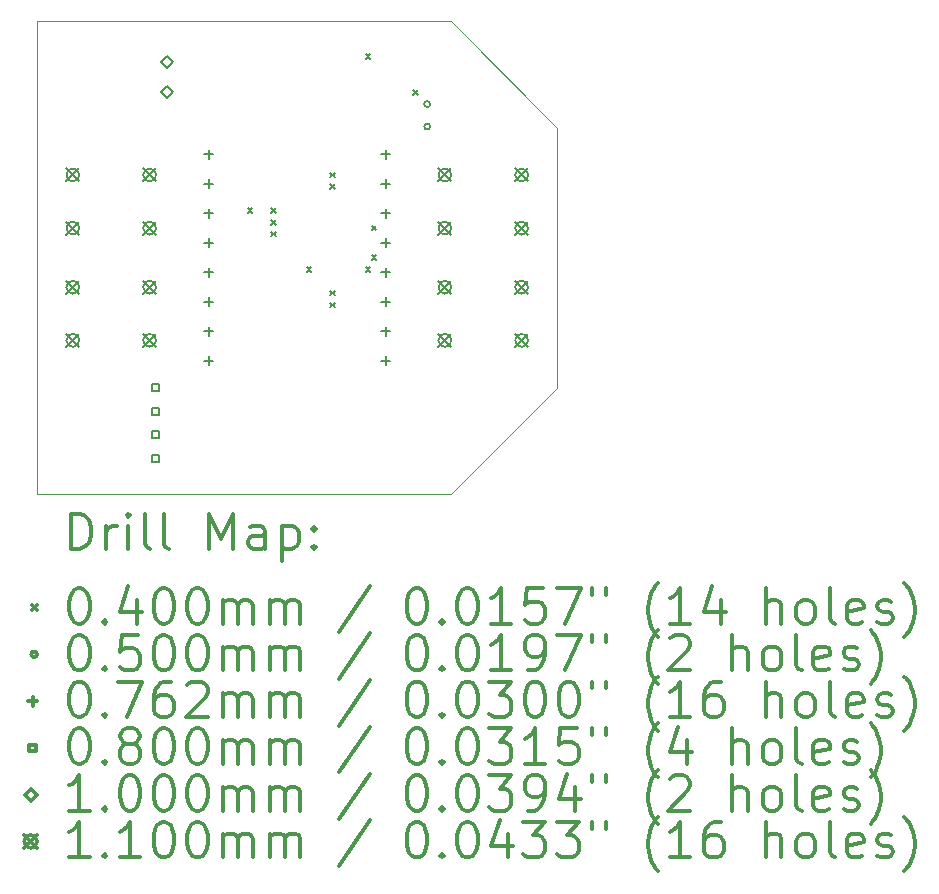
<source format=gbr>
%FSLAX45Y45*%
G04 Gerber Fmt 4.5, Leading zero omitted, Abs format (unit mm)*
G04 Created by KiCad (PCBNEW 5.1.10) date 2021-12-21 05:38:06*
%MOMM*%
%LPD*%
G01*
G04 APERTURE LIST*
%TA.AperFunction,Profile*%
%ADD10C,0.050000*%
%TD*%
%ADD11C,0.200000*%
%ADD12C,0.300000*%
G04 APERTURE END LIST*
D10*
X17400000Y-9200000D02*
X17400000Y-11400000D01*
X16500000Y-8300000D02*
X17400000Y-9200000D01*
X16500000Y-12300000D02*
X17400000Y-11400000D01*
X13000000Y-8300000D02*
X13000000Y-8400000D01*
X16500000Y-8300000D02*
X13000000Y-8300000D01*
X13000000Y-12300000D02*
X16500000Y-12300000D01*
X13000000Y-8400000D02*
X13000000Y-12300000D01*
D11*
X14780000Y-9880000D02*
X14820000Y-9920000D01*
X14820000Y-9880000D02*
X14780000Y-9920000D01*
X14980000Y-9880000D02*
X15020000Y-9920000D01*
X15020000Y-9880000D02*
X14980000Y-9920000D01*
X14980000Y-9980000D02*
X15020000Y-10020000D01*
X15020000Y-9980000D02*
X14980000Y-10020000D01*
X14980000Y-10080000D02*
X15020000Y-10120000D01*
X15020000Y-10080000D02*
X14980000Y-10120000D01*
X15280000Y-10380000D02*
X15320000Y-10420000D01*
X15320000Y-10380000D02*
X15280000Y-10420000D01*
X15480000Y-9580000D02*
X15520000Y-9620000D01*
X15520000Y-9580000D02*
X15480000Y-9620000D01*
X15480000Y-9680000D02*
X15520000Y-9720000D01*
X15520000Y-9680000D02*
X15480000Y-9720000D01*
X15480000Y-10580000D02*
X15520000Y-10620000D01*
X15520000Y-10580000D02*
X15480000Y-10620000D01*
X15480000Y-10680000D02*
X15520000Y-10720000D01*
X15520000Y-10680000D02*
X15480000Y-10720000D01*
X15780000Y-8580000D02*
X15820000Y-8620000D01*
X15820000Y-8580000D02*
X15780000Y-8620000D01*
X15780000Y-10380000D02*
X15820000Y-10420000D01*
X15820000Y-10380000D02*
X15780000Y-10420000D01*
X15830000Y-10030000D02*
X15870000Y-10070000D01*
X15870000Y-10030000D02*
X15830000Y-10070000D01*
X15830000Y-10280000D02*
X15870000Y-10320000D01*
X15870000Y-10280000D02*
X15830000Y-10320000D01*
X16180000Y-8880000D02*
X16220000Y-8920000D01*
X16220000Y-8880000D02*
X16180000Y-8920000D01*
X16325000Y-9000000D02*
G75*
G03*
X16325000Y-9000000I-25000J0D01*
G01*
X16325000Y-9190000D02*
G75*
G03*
X16325000Y-9190000I-25000J0D01*
G01*
X14450000Y-9386900D02*
X14450000Y-9463100D01*
X14411900Y-9425000D02*
X14488100Y-9425000D01*
X14450000Y-9636900D02*
X14450000Y-9713100D01*
X14411900Y-9675000D02*
X14488100Y-9675000D01*
X14450000Y-9886900D02*
X14450000Y-9963100D01*
X14411900Y-9925000D02*
X14488100Y-9925000D01*
X14450000Y-10136900D02*
X14450000Y-10213100D01*
X14411900Y-10175000D02*
X14488100Y-10175000D01*
X14450000Y-10386900D02*
X14450000Y-10463100D01*
X14411900Y-10425000D02*
X14488100Y-10425000D01*
X14450000Y-10636900D02*
X14450000Y-10713100D01*
X14411900Y-10675000D02*
X14488100Y-10675000D01*
X14450000Y-10886900D02*
X14450000Y-10963100D01*
X14411900Y-10925000D02*
X14488100Y-10925000D01*
X14450000Y-11136900D02*
X14450000Y-11213100D01*
X14411900Y-11175000D02*
X14488100Y-11175000D01*
X15950000Y-9386900D02*
X15950000Y-9463100D01*
X15911900Y-9425000D02*
X15988100Y-9425000D01*
X15950000Y-9636900D02*
X15950000Y-9713100D01*
X15911900Y-9675000D02*
X15988100Y-9675000D01*
X15950000Y-9886900D02*
X15950000Y-9963100D01*
X15911900Y-9925000D02*
X15988100Y-9925000D01*
X15950000Y-10136900D02*
X15950000Y-10213100D01*
X15911900Y-10175000D02*
X15988100Y-10175000D01*
X15950000Y-10386900D02*
X15950000Y-10463100D01*
X15911900Y-10425000D02*
X15988100Y-10425000D01*
X15950000Y-10636900D02*
X15950000Y-10713100D01*
X15911900Y-10675000D02*
X15988100Y-10675000D01*
X15950000Y-10886900D02*
X15950000Y-10963100D01*
X15911900Y-10925000D02*
X15988100Y-10925000D01*
X15950000Y-11136900D02*
X15950000Y-11213100D01*
X15911900Y-11175000D02*
X15988100Y-11175000D01*
X14028284Y-11428284D02*
X14028284Y-11371715D01*
X13971715Y-11371715D01*
X13971715Y-11428284D01*
X14028284Y-11428284D01*
X14028284Y-11628284D02*
X14028284Y-11571715D01*
X13971715Y-11571715D01*
X13971715Y-11628284D01*
X14028284Y-11628284D01*
X14028284Y-11828284D02*
X14028284Y-11771715D01*
X13971715Y-11771715D01*
X13971715Y-11828284D01*
X14028284Y-11828284D01*
X14028284Y-12028284D02*
X14028284Y-11971715D01*
X13971715Y-11971715D01*
X13971715Y-12028284D01*
X14028284Y-12028284D01*
X14100000Y-8696000D02*
X14150000Y-8646000D01*
X14100000Y-8596000D01*
X14050000Y-8646000D01*
X14100000Y-8696000D01*
X14100000Y-8950000D02*
X14150000Y-8900000D01*
X14100000Y-8850000D01*
X14050000Y-8900000D01*
X14100000Y-8950000D01*
X13245000Y-9545000D02*
X13355000Y-9655000D01*
X13355000Y-9545000D02*
X13245000Y-9655000D01*
X13355000Y-9600000D02*
G75*
G03*
X13355000Y-9600000I-55000J0D01*
G01*
X13245000Y-9995000D02*
X13355000Y-10105000D01*
X13355000Y-9995000D02*
X13245000Y-10105000D01*
X13355000Y-10050000D02*
G75*
G03*
X13355000Y-10050000I-55000J0D01*
G01*
X13245000Y-10495000D02*
X13355000Y-10605000D01*
X13355000Y-10495000D02*
X13245000Y-10605000D01*
X13355000Y-10550000D02*
G75*
G03*
X13355000Y-10550000I-55000J0D01*
G01*
X13245000Y-10945000D02*
X13355000Y-11055000D01*
X13355000Y-10945000D02*
X13245000Y-11055000D01*
X13355000Y-11000000D02*
G75*
G03*
X13355000Y-11000000I-55000J0D01*
G01*
X13895000Y-9545000D02*
X14005000Y-9655000D01*
X14005000Y-9545000D02*
X13895000Y-9655000D01*
X14005000Y-9600000D02*
G75*
G03*
X14005000Y-9600000I-55000J0D01*
G01*
X13895000Y-9995000D02*
X14005000Y-10105000D01*
X14005000Y-9995000D02*
X13895000Y-10105000D01*
X14005000Y-10050000D02*
G75*
G03*
X14005000Y-10050000I-55000J0D01*
G01*
X13895000Y-10495000D02*
X14005000Y-10605000D01*
X14005000Y-10495000D02*
X13895000Y-10605000D01*
X14005000Y-10550000D02*
G75*
G03*
X14005000Y-10550000I-55000J0D01*
G01*
X13895000Y-10945000D02*
X14005000Y-11055000D01*
X14005000Y-10945000D02*
X13895000Y-11055000D01*
X14005000Y-11000000D02*
G75*
G03*
X14005000Y-11000000I-55000J0D01*
G01*
X16395000Y-9545000D02*
X16505000Y-9655000D01*
X16505000Y-9545000D02*
X16395000Y-9655000D01*
X16505000Y-9600000D02*
G75*
G03*
X16505000Y-9600000I-55000J0D01*
G01*
X16395000Y-9995000D02*
X16505000Y-10105000D01*
X16505000Y-9995000D02*
X16395000Y-10105000D01*
X16505000Y-10050000D02*
G75*
G03*
X16505000Y-10050000I-55000J0D01*
G01*
X16395000Y-10495000D02*
X16505000Y-10605000D01*
X16505000Y-10495000D02*
X16395000Y-10605000D01*
X16505000Y-10550000D02*
G75*
G03*
X16505000Y-10550000I-55000J0D01*
G01*
X16395000Y-10945000D02*
X16505000Y-11055000D01*
X16505000Y-10945000D02*
X16395000Y-11055000D01*
X16505000Y-11000000D02*
G75*
G03*
X16505000Y-11000000I-55000J0D01*
G01*
X17045000Y-9545000D02*
X17155000Y-9655000D01*
X17155000Y-9545000D02*
X17045000Y-9655000D01*
X17155000Y-9600000D02*
G75*
G03*
X17155000Y-9600000I-55000J0D01*
G01*
X17045000Y-9995000D02*
X17155000Y-10105000D01*
X17155000Y-9995000D02*
X17045000Y-10105000D01*
X17155000Y-10050000D02*
G75*
G03*
X17155000Y-10050000I-55000J0D01*
G01*
X17045000Y-10495000D02*
X17155000Y-10605000D01*
X17155000Y-10495000D02*
X17045000Y-10605000D01*
X17155000Y-10550000D02*
G75*
G03*
X17155000Y-10550000I-55000J0D01*
G01*
X17045000Y-10945000D02*
X17155000Y-11055000D01*
X17155000Y-10945000D02*
X17045000Y-11055000D01*
X17155000Y-11000000D02*
G75*
G03*
X17155000Y-11000000I-55000J0D01*
G01*
D12*
X13283928Y-12768214D02*
X13283928Y-12468214D01*
X13355357Y-12468214D01*
X13398214Y-12482500D01*
X13426786Y-12511071D01*
X13441071Y-12539643D01*
X13455357Y-12596786D01*
X13455357Y-12639643D01*
X13441071Y-12696786D01*
X13426786Y-12725357D01*
X13398214Y-12753929D01*
X13355357Y-12768214D01*
X13283928Y-12768214D01*
X13583928Y-12768214D02*
X13583928Y-12568214D01*
X13583928Y-12625357D02*
X13598214Y-12596786D01*
X13612500Y-12582500D01*
X13641071Y-12568214D01*
X13669643Y-12568214D01*
X13769643Y-12768214D02*
X13769643Y-12568214D01*
X13769643Y-12468214D02*
X13755357Y-12482500D01*
X13769643Y-12496786D01*
X13783928Y-12482500D01*
X13769643Y-12468214D01*
X13769643Y-12496786D01*
X13955357Y-12768214D02*
X13926786Y-12753929D01*
X13912500Y-12725357D01*
X13912500Y-12468214D01*
X14112500Y-12768214D02*
X14083928Y-12753929D01*
X14069643Y-12725357D01*
X14069643Y-12468214D01*
X14455357Y-12768214D02*
X14455357Y-12468214D01*
X14555357Y-12682500D01*
X14655357Y-12468214D01*
X14655357Y-12768214D01*
X14926786Y-12768214D02*
X14926786Y-12611071D01*
X14912500Y-12582500D01*
X14883928Y-12568214D01*
X14826786Y-12568214D01*
X14798214Y-12582500D01*
X14926786Y-12753929D02*
X14898214Y-12768214D01*
X14826786Y-12768214D01*
X14798214Y-12753929D01*
X14783928Y-12725357D01*
X14783928Y-12696786D01*
X14798214Y-12668214D01*
X14826786Y-12653929D01*
X14898214Y-12653929D01*
X14926786Y-12639643D01*
X15069643Y-12568214D02*
X15069643Y-12868214D01*
X15069643Y-12582500D02*
X15098214Y-12568214D01*
X15155357Y-12568214D01*
X15183928Y-12582500D01*
X15198214Y-12596786D01*
X15212500Y-12625357D01*
X15212500Y-12711071D01*
X15198214Y-12739643D01*
X15183928Y-12753929D01*
X15155357Y-12768214D01*
X15098214Y-12768214D01*
X15069643Y-12753929D01*
X15341071Y-12739643D02*
X15355357Y-12753929D01*
X15341071Y-12768214D01*
X15326786Y-12753929D01*
X15341071Y-12739643D01*
X15341071Y-12768214D01*
X15341071Y-12582500D02*
X15355357Y-12596786D01*
X15341071Y-12611071D01*
X15326786Y-12596786D01*
X15341071Y-12582500D01*
X15341071Y-12611071D01*
X12957500Y-13242500D02*
X12997500Y-13282500D01*
X12997500Y-13242500D02*
X12957500Y-13282500D01*
X13341071Y-13098214D02*
X13369643Y-13098214D01*
X13398214Y-13112500D01*
X13412500Y-13126786D01*
X13426786Y-13155357D01*
X13441071Y-13212500D01*
X13441071Y-13283929D01*
X13426786Y-13341071D01*
X13412500Y-13369643D01*
X13398214Y-13383929D01*
X13369643Y-13398214D01*
X13341071Y-13398214D01*
X13312500Y-13383929D01*
X13298214Y-13369643D01*
X13283928Y-13341071D01*
X13269643Y-13283929D01*
X13269643Y-13212500D01*
X13283928Y-13155357D01*
X13298214Y-13126786D01*
X13312500Y-13112500D01*
X13341071Y-13098214D01*
X13569643Y-13369643D02*
X13583928Y-13383929D01*
X13569643Y-13398214D01*
X13555357Y-13383929D01*
X13569643Y-13369643D01*
X13569643Y-13398214D01*
X13841071Y-13198214D02*
X13841071Y-13398214D01*
X13769643Y-13083929D02*
X13698214Y-13298214D01*
X13883928Y-13298214D01*
X14055357Y-13098214D02*
X14083928Y-13098214D01*
X14112500Y-13112500D01*
X14126786Y-13126786D01*
X14141071Y-13155357D01*
X14155357Y-13212500D01*
X14155357Y-13283929D01*
X14141071Y-13341071D01*
X14126786Y-13369643D01*
X14112500Y-13383929D01*
X14083928Y-13398214D01*
X14055357Y-13398214D01*
X14026786Y-13383929D01*
X14012500Y-13369643D01*
X13998214Y-13341071D01*
X13983928Y-13283929D01*
X13983928Y-13212500D01*
X13998214Y-13155357D01*
X14012500Y-13126786D01*
X14026786Y-13112500D01*
X14055357Y-13098214D01*
X14341071Y-13098214D02*
X14369643Y-13098214D01*
X14398214Y-13112500D01*
X14412500Y-13126786D01*
X14426786Y-13155357D01*
X14441071Y-13212500D01*
X14441071Y-13283929D01*
X14426786Y-13341071D01*
X14412500Y-13369643D01*
X14398214Y-13383929D01*
X14369643Y-13398214D01*
X14341071Y-13398214D01*
X14312500Y-13383929D01*
X14298214Y-13369643D01*
X14283928Y-13341071D01*
X14269643Y-13283929D01*
X14269643Y-13212500D01*
X14283928Y-13155357D01*
X14298214Y-13126786D01*
X14312500Y-13112500D01*
X14341071Y-13098214D01*
X14569643Y-13398214D02*
X14569643Y-13198214D01*
X14569643Y-13226786D02*
X14583928Y-13212500D01*
X14612500Y-13198214D01*
X14655357Y-13198214D01*
X14683928Y-13212500D01*
X14698214Y-13241071D01*
X14698214Y-13398214D01*
X14698214Y-13241071D02*
X14712500Y-13212500D01*
X14741071Y-13198214D01*
X14783928Y-13198214D01*
X14812500Y-13212500D01*
X14826786Y-13241071D01*
X14826786Y-13398214D01*
X14969643Y-13398214D02*
X14969643Y-13198214D01*
X14969643Y-13226786D02*
X14983928Y-13212500D01*
X15012500Y-13198214D01*
X15055357Y-13198214D01*
X15083928Y-13212500D01*
X15098214Y-13241071D01*
X15098214Y-13398214D01*
X15098214Y-13241071D02*
X15112500Y-13212500D01*
X15141071Y-13198214D01*
X15183928Y-13198214D01*
X15212500Y-13212500D01*
X15226786Y-13241071D01*
X15226786Y-13398214D01*
X15812500Y-13083929D02*
X15555357Y-13469643D01*
X16198214Y-13098214D02*
X16226786Y-13098214D01*
X16255357Y-13112500D01*
X16269643Y-13126786D01*
X16283928Y-13155357D01*
X16298214Y-13212500D01*
X16298214Y-13283929D01*
X16283928Y-13341071D01*
X16269643Y-13369643D01*
X16255357Y-13383929D01*
X16226786Y-13398214D01*
X16198214Y-13398214D01*
X16169643Y-13383929D01*
X16155357Y-13369643D01*
X16141071Y-13341071D01*
X16126786Y-13283929D01*
X16126786Y-13212500D01*
X16141071Y-13155357D01*
X16155357Y-13126786D01*
X16169643Y-13112500D01*
X16198214Y-13098214D01*
X16426786Y-13369643D02*
X16441071Y-13383929D01*
X16426786Y-13398214D01*
X16412500Y-13383929D01*
X16426786Y-13369643D01*
X16426786Y-13398214D01*
X16626786Y-13098214D02*
X16655357Y-13098214D01*
X16683928Y-13112500D01*
X16698214Y-13126786D01*
X16712500Y-13155357D01*
X16726786Y-13212500D01*
X16726786Y-13283929D01*
X16712500Y-13341071D01*
X16698214Y-13369643D01*
X16683928Y-13383929D01*
X16655357Y-13398214D01*
X16626786Y-13398214D01*
X16598214Y-13383929D01*
X16583928Y-13369643D01*
X16569643Y-13341071D01*
X16555357Y-13283929D01*
X16555357Y-13212500D01*
X16569643Y-13155357D01*
X16583928Y-13126786D01*
X16598214Y-13112500D01*
X16626786Y-13098214D01*
X17012500Y-13398214D02*
X16841071Y-13398214D01*
X16926786Y-13398214D02*
X16926786Y-13098214D01*
X16898214Y-13141071D01*
X16869643Y-13169643D01*
X16841071Y-13183929D01*
X17283928Y-13098214D02*
X17141071Y-13098214D01*
X17126786Y-13241071D01*
X17141071Y-13226786D01*
X17169643Y-13212500D01*
X17241071Y-13212500D01*
X17269643Y-13226786D01*
X17283928Y-13241071D01*
X17298214Y-13269643D01*
X17298214Y-13341071D01*
X17283928Y-13369643D01*
X17269643Y-13383929D01*
X17241071Y-13398214D01*
X17169643Y-13398214D01*
X17141071Y-13383929D01*
X17126786Y-13369643D01*
X17398214Y-13098214D02*
X17598214Y-13098214D01*
X17469643Y-13398214D01*
X17698214Y-13098214D02*
X17698214Y-13155357D01*
X17812500Y-13098214D02*
X17812500Y-13155357D01*
X18255357Y-13512500D02*
X18241071Y-13498214D01*
X18212500Y-13455357D01*
X18198214Y-13426786D01*
X18183928Y-13383929D01*
X18169643Y-13312500D01*
X18169643Y-13255357D01*
X18183928Y-13183929D01*
X18198214Y-13141071D01*
X18212500Y-13112500D01*
X18241071Y-13069643D01*
X18255357Y-13055357D01*
X18526786Y-13398214D02*
X18355357Y-13398214D01*
X18441071Y-13398214D02*
X18441071Y-13098214D01*
X18412500Y-13141071D01*
X18383928Y-13169643D01*
X18355357Y-13183929D01*
X18783928Y-13198214D02*
X18783928Y-13398214D01*
X18712500Y-13083929D02*
X18641071Y-13298214D01*
X18826786Y-13298214D01*
X19169643Y-13398214D02*
X19169643Y-13098214D01*
X19298214Y-13398214D02*
X19298214Y-13241071D01*
X19283928Y-13212500D01*
X19255357Y-13198214D01*
X19212500Y-13198214D01*
X19183928Y-13212500D01*
X19169643Y-13226786D01*
X19483928Y-13398214D02*
X19455357Y-13383929D01*
X19441071Y-13369643D01*
X19426786Y-13341071D01*
X19426786Y-13255357D01*
X19441071Y-13226786D01*
X19455357Y-13212500D01*
X19483928Y-13198214D01*
X19526786Y-13198214D01*
X19555357Y-13212500D01*
X19569643Y-13226786D01*
X19583928Y-13255357D01*
X19583928Y-13341071D01*
X19569643Y-13369643D01*
X19555357Y-13383929D01*
X19526786Y-13398214D01*
X19483928Y-13398214D01*
X19755357Y-13398214D02*
X19726786Y-13383929D01*
X19712500Y-13355357D01*
X19712500Y-13098214D01*
X19983928Y-13383929D02*
X19955357Y-13398214D01*
X19898214Y-13398214D01*
X19869643Y-13383929D01*
X19855357Y-13355357D01*
X19855357Y-13241071D01*
X19869643Y-13212500D01*
X19898214Y-13198214D01*
X19955357Y-13198214D01*
X19983928Y-13212500D01*
X19998214Y-13241071D01*
X19998214Y-13269643D01*
X19855357Y-13298214D01*
X20112500Y-13383929D02*
X20141071Y-13398214D01*
X20198214Y-13398214D01*
X20226786Y-13383929D01*
X20241071Y-13355357D01*
X20241071Y-13341071D01*
X20226786Y-13312500D01*
X20198214Y-13298214D01*
X20155357Y-13298214D01*
X20126786Y-13283929D01*
X20112500Y-13255357D01*
X20112500Y-13241071D01*
X20126786Y-13212500D01*
X20155357Y-13198214D01*
X20198214Y-13198214D01*
X20226786Y-13212500D01*
X20341071Y-13512500D02*
X20355357Y-13498214D01*
X20383928Y-13455357D01*
X20398214Y-13426786D01*
X20412500Y-13383929D01*
X20426786Y-13312500D01*
X20426786Y-13255357D01*
X20412500Y-13183929D01*
X20398214Y-13141071D01*
X20383928Y-13112500D01*
X20355357Y-13069643D01*
X20341071Y-13055357D01*
X12997500Y-13658500D02*
G75*
G03*
X12997500Y-13658500I-25000J0D01*
G01*
X13341071Y-13494214D02*
X13369643Y-13494214D01*
X13398214Y-13508500D01*
X13412500Y-13522786D01*
X13426786Y-13551357D01*
X13441071Y-13608500D01*
X13441071Y-13679929D01*
X13426786Y-13737071D01*
X13412500Y-13765643D01*
X13398214Y-13779929D01*
X13369643Y-13794214D01*
X13341071Y-13794214D01*
X13312500Y-13779929D01*
X13298214Y-13765643D01*
X13283928Y-13737071D01*
X13269643Y-13679929D01*
X13269643Y-13608500D01*
X13283928Y-13551357D01*
X13298214Y-13522786D01*
X13312500Y-13508500D01*
X13341071Y-13494214D01*
X13569643Y-13765643D02*
X13583928Y-13779929D01*
X13569643Y-13794214D01*
X13555357Y-13779929D01*
X13569643Y-13765643D01*
X13569643Y-13794214D01*
X13855357Y-13494214D02*
X13712500Y-13494214D01*
X13698214Y-13637071D01*
X13712500Y-13622786D01*
X13741071Y-13608500D01*
X13812500Y-13608500D01*
X13841071Y-13622786D01*
X13855357Y-13637071D01*
X13869643Y-13665643D01*
X13869643Y-13737071D01*
X13855357Y-13765643D01*
X13841071Y-13779929D01*
X13812500Y-13794214D01*
X13741071Y-13794214D01*
X13712500Y-13779929D01*
X13698214Y-13765643D01*
X14055357Y-13494214D02*
X14083928Y-13494214D01*
X14112500Y-13508500D01*
X14126786Y-13522786D01*
X14141071Y-13551357D01*
X14155357Y-13608500D01*
X14155357Y-13679929D01*
X14141071Y-13737071D01*
X14126786Y-13765643D01*
X14112500Y-13779929D01*
X14083928Y-13794214D01*
X14055357Y-13794214D01*
X14026786Y-13779929D01*
X14012500Y-13765643D01*
X13998214Y-13737071D01*
X13983928Y-13679929D01*
X13983928Y-13608500D01*
X13998214Y-13551357D01*
X14012500Y-13522786D01*
X14026786Y-13508500D01*
X14055357Y-13494214D01*
X14341071Y-13494214D02*
X14369643Y-13494214D01*
X14398214Y-13508500D01*
X14412500Y-13522786D01*
X14426786Y-13551357D01*
X14441071Y-13608500D01*
X14441071Y-13679929D01*
X14426786Y-13737071D01*
X14412500Y-13765643D01*
X14398214Y-13779929D01*
X14369643Y-13794214D01*
X14341071Y-13794214D01*
X14312500Y-13779929D01*
X14298214Y-13765643D01*
X14283928Y-13737071D01*
X14269643Y-13679929D01*
X14269643Y-13608500D01*
X14283928Y-13551357D01*
X14298214Y-13522786D01*
X14312500Y-13508500D01*
X14341071Y-13494214D01*
X14569643Y-13794214D02*
X14569643Y-13594214D01*
X14569643Y-13622786D02*
X14583928Y-13608500D01*
X14612500Y-13594214D01*
X14655357Y-13594214D01*
X14683928Y-13608500D01*
X14698214Y-13637071D01*
X14698214Y-13794214D01*
X14698214Y-13637071D02*
X14712500Y-13608500D01*
X14741071Y-13594214D01*
X14783928Y-13594214D01*
X14812500Y-13608500D01*
X14826786Y-13637071D01*
X14826786Y-13794214D01*
X14969643Y-13794214D02*
X14969643Y-13594214D01*
X14969643Y-13622786D02*
X14983928Y-13608500D01*
X15012500Y-13594214D01*
X15055357Y-13594214D01*
X15083928Y-13608500D01*
X15098214Y-13637071D01*
X15098214Y-13794214D01*
X15098214Y-13637071D02*
X15112500Y-13608500D01*
X15141071Y-13594214D01*
X15183928Y-13594214D01*
X15212500Y-13608500D01*
X15226786Y-13637071D01*
X15226786Y-13794214D01*
X15812500Y-13479929D02*
X15555357Y-13865643D01*
X16198214Y-13494214D02*
X16226786Y-13494214D01*
X16255357Y-13508500D01*
X16269643Y-13522786D01*
X16283928Y-13551357D01*
X16298214Y-13608500D01*
X16298214Y-13679929D01*
X16283928Y-13737071D01*
X16269643Y-13765643D01*
X16255357Y-13779929D01*
X16226786Y-13794214D01*
X16198214Y-13794214D01*
X16169643Y-13779929D01*
X16155357Y-13765643D01*
X16141071Y-13737071D01*
X16126786Y-13679929D01*
X16126786Y-13608500D01*
X16141071Y-13551357D01*
X16155357Y-13522786D01*
X16169643Y-13508500D01*
X16198214Y-13494214D01*
X16426786Y-13765643D02*
X16441071Y-13779929D01*
X16426786Y-13794214D01*
X16412500Y-13779929D01*
X16426786Y-13765643D01*
X16426786Y-13794214D01*
X16626786Y-13494214D02*
X16655357Y-13494214D01*
X16683928Y-13508500D01*
X16698214Y-13522786D01*
X16712500Y-13551357D01*
X16726786Y-13608500D01*
X16726786Y-13679929D01*
X16712500Y-13737071D01*
X16698214Y-13765643D01*
X16683928Y-13779929D01*
X16655357Y-13794214D01*
X16626786Y-13794214D01*
X16598214Y-13779929D01*
X16583928Y-13765643D01*
X16569643Y-13737071D01*
X16555357Y-13679929D01*
X16555357Y-13608500D01*
X16569643Y-13551357D01*
X16583928Y-13522786D01*
X16598214Y-13508500D01*
X16626786Y-13494214D01*
X17012500Y-13794214D02*
X16841071Y-13794214D01*
X16926786Y-13794214D02*
X16926786Y-13494214D01*
X16898214Y-13537071D01*
X16869643Y-13565643D01*
X16841071Y-13579929D01*
X17155357Y-13794214D02*
X17212500Y-13794214D01*
X17241071Y-13779929D01*
X17255357Y-13765643D01*
X17283928Y-13722786D01*
X17298214Y-13665643D01*
X17298214Y-13551357D01*
X17283928Y-13522786D01*
X17269643Y-13508500D01*
X17241071Y-13494214D01*
X17183928Y-13494214D01*
X17155357Y-13508500D01*
X17141071Y-13522786D01*
X17126786Y-13551357D01*
X17126786Y-13622786D01*
X17141071Y-13651357D01*
X17155357Y-13665643D01*
X17183928Y-13679929D01*
X17241071Y-13679929D01*
X17269643Y-13665643D01*
X17283928Y-13651357D01*
X17298214Y-13622786D01*
X17398214Y-13494214D02*
X17598214Y-13494214D01*
X17469643Y-13794214D01*
X17698214Y-13494214D02*
X17698214Y-13551357D01*
X17812500Y-13494214D02*
X17812500Y-13551357D01*
X18255357Y-13908500D02*
X18241071Y-13894214D01*
X18212500Y-13851357D01*
X18198214Y-13822786D01*
X18183928Y-13779929D01*
X18169643Y-13708500D01*
X18169643Y-13651357D01*
X18183928Y-13579929D01*
X18198214Y-13537071D01*
X18212500Y-13508500D01*
X18241071Y-13465643D01*
X18255357Y-13451357D01*
X18355357Y-13522786D02*
X18369643Y-13508500D01*
X18398214Y-13494214D01*
X18469643Y-13494214D01*
X18498214Y-13508500D01*
X18512500Y-13522786D01*
X18526786Y-13551357D01*
X18526786Y-13579929D01*
X18512500Y-13622786D01*
X18341071Y-13794214D01*
X18526786Y-13794214D01*
X18883928Y-13794214D02*
X18883928Y-13494214D01*
X19012500Y-13794214D02*
X19012500Y-13637071D01*
X18998214Y-13608500D01*
X18969643Y-13594214D01*
X18926786Y-13594214D01*
X18898214Y-13608500D01*
X18883928Y-13622786D01*
X19198214Y-13794214D02*
X19169643Y-13779929D01*
X19155357Y-13765643D01*
X19141071Y-13737071D01*
X19141071Y-13651357D01*
X19155357Y-13622786D01*
X19169643Y-13608500D01*
X19198214Y-13594214D01*
X19241071Y-13594214D01*
X19269643Y-13608500D01*
X19283928Y-13622786D01*
X19298214Y-13651357D01*
X19298214Y-13737071D01*
X19283928Y-13765643D01*
X19269643Y-13779929D01*
X19241071Y-13794214D01*
X19198214Y-13794214D01*
X19469643Y-13794214D02*
X19441071Y-13779929D01*
X19426786Y-13751357D01*
X19426786Y-13494214D01*
X19698214Y-13779929D02*
X19669643Y-13794214D01*
X19612500Y-13794214D01*
X19583928Y-13779929D01*
X19569643Y-13751357D01*
X19569643Y-13637071D01*
X19583928Y-13608500D01*
X19612500Y-13594214D01*
X19669643Y-13594214D01*
X19698214Y-13608500D01*
X19712500Y-13637071D01*
X19712500Y-13665643D01*
X19569643Y-13694214D01*
X19826786Y-13779929D02*
X19855357Y-13794214D01*
X19912500Y-13794214D01*
X19941071Y-13779929D01*
X19955357Y-13751357D01*
X19955357Y-13737071D01*
X19941071Y-13708500D01*
X19912500Y-13694214D01*
X19869643Y-13694214D01*
X19841071Y-13679929D01*
X19826786Y-13651357D01*
X19826786Y-13637071D01*
X19841071Y-13608500D01*
X19869643Y-13594214D01*
X19912500Y-13594214D01*
X19941071Y-13608500D01*
X20055357Y-13908500D02*
X20069643Y-13894214D01*
X20098214Y-13851357D01*
X20112500Y-13822786D01*
X20126786Y-13779929D01*
X20141071Y-13708500D01*
X20141071Y-13651357D01*
X20126786Y-13579929D01*
X20112500Y-13537071D01*
X20098214Y-13508500D01*
X20069643Y-13465643D01*
X20055357Y-13451357D01*
X12959400Y-14016400D02*
X12959400Y-14092600D01*
X12921300Y-14054500D02*
X12997500Y-14054500D01*
X13341071Y-13890214D02*
X13369643Y-13890214D01*
X13398214Y-13904500D01*
X13412500Y-13918786D01*
X13426786Y-13947357D01*
X13441071Y-14004500D01*
X13441071Y-14075929D01*
X13426786Y-14133071D01*
X13412500Y-14161643D01*
X13398214Y-14175929D01*
X13369643Y-14190214D01*
X13341071Y-14190214D01*
X13312500Y-14175929D01*
X13298214Y-14161643D01*
X13283928Y-14133071D01*
X13269643Y-14075929D01*
X13269643Y-14004500D01*
X13283928Y-13947357D01*
X13298214Y-13918786D01*
X13312500Y-13904500D01*
X13341071Y-13890214D01*
X13569643Y-14161643D02*
X13583928Y-14175929D01*
X13569643Y-14190214D01*
X13555357Y-14175929D01*
X13569643Y-14161643D01*
X13569643Y-14190214D01*
X13683928Y-13890214D02*
X13883928Y-13890214D01*
X13755357Y-14190214D01*
X14126786Y-13890214D02*
X14069643Y-13890214D01*
X14041071Y-13904500D01*
X14026786Y-13918786D01*
X13998214Y-13961643D01*
X13983928Y-14018786D01*
X13983928Y-14133071D01*
X13998214Y-14161643D01*
X14012500Y-14175929D01*
X14041071Y-14190214D01*
X14098214Y-14190214D01*
X14126786Y-14175929D01*
X14141071Y-14161643D01*
X14155357Y-14133071D01*
X14155357Y-14061643D01*
X14141071Y-14033071D01*
X14126786Y-14018786D01*
X14098214Y-14004500D01*
X14041071Y-14004500D01*
X14012500Y-14018786D01*
X13998214Y-14033071D01*
X13983928Y-14061643D01*
X14269643Y-13918786D02*
X14283928Y-13904500D01*
X14312500Y-13890214D01*
X14383928Y-13890214D01*
X14412500Y-13904500D01*
X14426786Y-13918786D01*
X14441071Y-13947357D01*
X14441071Y-13975929D01*
X14426786Y-14018786D01*
X14255357Y-14190214D01*
X14441071Y-14190214D01*
X14569643Y-14190214D02*
X14569643Y-13990214D01*
X14569643Y-14018786D02*
X14583928Y-14004500D01*
X14612500Y-13990214D01*
X14655357Y-13990214D01*
X14683928Y-14004500D01*
X14698214Y-14033071D01*
X14698214Y-14190214D01*
X14698214Y-14033071D02*
X14712500Y-14004500D01*
X14741071Y-13990214D01*
X14783928Y-13990214D01*
X14812500Y-14004500D01*
X14826786Y-14033071D01*
X14826786Y-14190214D01*
X14969643Y-14190214D02*
X14969643Y-13990214D01*
X14969643Y-14018786D02*
X14983928Y-14004500D01*
X15012500Y-13990214D01*
X15055357Y-13990214D01*
X15083928Y-14004500D01*
X15098214Y-14033071D01*
X15098214Y-14190214D01*
X15098214Y-14033071D02*
X15112500Y-14004500D01*
X15141071Y-13990214D01*
X15183928Y-13990214D01*
X15212500Y-14004500D01*
X15226786Y-14033071D01*
X15226786Y-14190214D01*
X15812500Y-13875929D02*
X15555357Y-14261643D01*
X16198214Y-13890214D02*
X16226786Y-13890214D01*
X16255357Y-13904500D01*
X16269643Y-13918786D01*
X16283928Y-13947357D01*
X16298214Y-14004500D01*
X16298214Y-14075929D01*
X16283928Y-14133071D01*
X16269643Y-14161643D01*
X16255357Y-14175929D01*
X16226786Y-14190214D01*
X16198214Y-14190214D01*
X16169643Y-14175929D01*
X16155357Y-14161643D01*
X16141071Y-14133071D01*
X16126786Y-14075929D01*
X16126786Y-14004500D01*
X16141071Y-13947357D01*
X16155357Y-13918786D01*
X16169643Y-13904500D01*
X16198214Y-13890214D01*
X16426786Y-14161643D02*
X16441071Y-14175929D01*
X16426786Y-14190214D01*
X16412500Y-14175929D01*
X16426786Y-14161643D01*
X16426786Y-14190214D01*
X16626786Y-13890214D02*
X16655357Y-13890214D01*
X16683928Y-13904500D01*
X16698214Y-13918786D01*
X16712500Y-13947357D01*
X16726786Y-14004500D01*
X16726786Y-14075929D01*
X16712500Y-14133071D01*
X16698214Y-14161643D01*
X16683928Y-14175929D01*
X16655357Y-14190214D01*
X16626786Y-14190214D01*
X16598214Y-14175929D01*
X16583928Y-14161643D01*
X16569643Y-14133071D01*
X16555357Y-14075929D01*
X16555357Y-14004500D01*
X16569643Y-13947357D01*
X16583928Y-13918786D01*
X16598214Y-13904500D01*
X16626786Y-13890214D01*
X16826786Y-13890214D02*
X17012500Y-13890214D01*
X16912500Y-14004500D01*
X16955357Y-14004500D01*
X16983928Y-14018786D01*
X16998214Y-14033071D01*
X17012500Y-14061643D01*
X17012500Y-14133071D01*
X16998214Y-14161643D01*
X16983928Y-14175929D01*
X16955357Y-14190214D01*
X16869643Y-14190214D01*
X16841071Y-14175929D01*
X16826786Y-14161643D01*
X17198214Y-13890214D02*
X17226786Y-13890214D01*
X17255357Y-13904500D01*
X17269643Y-13918786D01*
X17283928Y-13947357D01*
X17298214Y-14004500D01*
X17298214Y-14075929D01*
X17283928Y-14133071D01*
X17269643Y-14161643D01*
X17255357Y-14175929D01*
X17226786Y-14190214D01*
X17198214Y-14190214D01*
X17169643Y-14175929D01*
X17155357Y-14161643D01*
X17141071Y-14133071D01*
X17126786Y-14075929D01*
X17126786Y-14004500D01*
X17141071Y-13947357D01*
X17155357Y-13918786D01*
X17169643Y-13904500D01*
X17198214Y-13890214D01*
X17483928Y-13890214D02*
X17512500Y-13890214D01*
X17541071Y-13904500D01*
X17555357Y-13918786D01*
X17569643Y-13947357D01*
X17583928Y-14004500D01*
X17583928Y-14075929D01*
X17569643Y-14133071D01*
X17555357Y-14161643D01*
X17541071Y-14175929D01*
X17512500Y-14190214D01*
X17483928Y-14190214D01*
X17455357Y-14175929D01*
X17441071Y-14161643D01*
X17426786Y-14133071D01*
X17412500Y-14075929D01*
X17412500Y-14004500D01*
X17426786Y-13947357D01*
X17441071Y-13918786D01*
X17455357Y-13904500D01*
X17483928Y-13890214D01*
X17698214Y-13890214D02*
X17698214Y-13947357D01*
X17812500Y-13890214D02*
X17812500Y-13947357D01*
X18255357Y-14304500D02*
X18241071Y-14290214D01*
X18212500Y-14247357D01*
X18198214Y-14218786D01*
X18183928Y-14175929D01*
X18169643Y-14104500D01*
X18169643Y-14047357D01*
X18183928Y-13975929D01*
X18198214Y-13933071D01*
X18212500Y-13904500D01*
X18241071Y-13861643D01*
X18255357Y-13847357D01*
X18526786Y-14190214D02*
X18355357Y-14190214D01*
X18441071Y-14190214D02*
X18441071Y-13890214D01*
X18412500Y-13933071D01*
X18383928Y-13961643D01*
X18355357Y-13975929D01*
X18783928Y-13890214D02*
X18726786Y-13890214D01*
X18698214Y-13904500D01*
X18683928Y-13918786D01*
X18655357Y-13961643D01*
X18641071Y-14018786D01*
X18641071Y-14133071D01*
X18655357Y-14161643D01*
X18669643Y-14175929D01*
X18698214Y-14190214D01*
X18755357Y-14190214D01*
X18783928Y-14175929D01*
X18798214Y-14161643D01*
X18812500Y-14133071D01*
X18812500Y-14061643D01*
X18798214Y-14033071D01*
X18783928Y-14018786D01*
X18755357Y-14004500D01*
X18698214Y-14004500D01*
X18669643Y-14018786D01*
X18655357Y-14033071D01*
X18641071Y-14061643D01*
X19169643Y-14190214D02*
X19169643Y-13890214D01*
X19298214Y-14190214D02*
X19298214Y-14033071D01*
X19283928Y-14004500D01*
X19255357Y-13990214D01*
X19212500Y-13990214D01*
X19183928Y-14004500D01*
X19169643Y-14018786D01*
X19483928Y-14190214D02*
X19455357Y-14175929D01*
X19441071Y-14161643D01*
X19426786Y-14133071D01*
X19426786Y-14047357D01*
X19441071Y-14018786D01*
X19455357Y-14004500D01*
X19483928Y-13990214D01*
X19526786Y-13990214D01*
X19555357Y-14004500D01*
X19569643Y-14018786D01*
X19583928Y-14047357D01*
X19583928Y-14133071D01*
X19569643Y-14161643D01*
X19555357Y-14175929D01*
X19526786Y-14190214D01*
X19483928Y-14190214D01*
X19755357Y-14190214D02*
X19726786Y-14175929D01*
X19712500Y-14147357D01*
X19712500Y-13890214D01*
X19983928Y-14175929D02*
X19955357Y-14190214D01*
X19898214Y-14190214D01*
X19869643Y-14175929D01*
X19855357Y-14147357D01*
X19855357Y-14033071D01*
X19869643Y-14004500D01*
X19898214Y-13990214D01*
X19955357Y-13990214D01*
X19983928Y-14004500D01*
X19998214Y-14033071D01*
X19998214Y-14061643D01*
X19855357Y-14090214D01*
X20112500Y-14175929D02*
X20141071Y-14190214D01*
X20198214Y-14190214D01*
X20226786Y-14175929D01*
X20241071Y-14147357D01*
X20241071Y-14133071D01*
X20226786Y-14104500D01*
X20198214Y-14090214D01*
X20155357Y-14090214D01*
X20126786Y-14075929D01*
X20112500Y-14047357D01*
X20112500Y-14033071D01*
X20126786Y-14004500D01*
X20155357Y-13990214D01*
X20198214Y-13990214D01*
X20226786Y-14004500D01*
X20341071Y-14304500D02*
X20355357Y-14290214D01*
X20383928Y-14247357D01*
X20398214Y-14218786D01*
X20412500Y-14175929D01*
X20426786Y-14104500D01*
X20426786Y-14047357D01*
X20412500Y-13975929D01*
X20398214Y-13933071D01*
X20383928Y-13904500D01*
X20355357Y-13861643D01*
X20341071Y-13847357D01*
X12985784Y-14478785D02*
X12985784Y-14422216D01*
X12929215Y-14422216D01*
X12929215Y-14478785D01*
X12985784Y-14478785D01*
X13341071Y-14286214D02*
X13369643Y-14286214D01*
X13398214Y-14300500D01*
X13412500Y-14314786D01*
X13426786Y-14343357D01*
X13441071Y-14400500D01*
X13441071Y-14471929D01*
X13426786Y-14529071D01*
X13412500Y-14557643D01*
X13398214Y-14571929D01*
X13369643Y-14586214D01*
X13341071Y-14586214D01*
X13312500Y-14571929D01*
X13298214Y-14557643D01*
X13283928Y-14529071D01*
X13269643Y-14471929D01*
X13269643Y-14400500D01*
X13283928Y-14343357D01*
X13298214Y-14314786D01*
X13312500Y-14300500D01*
X13341071Y-14286214D01*
X13569643Y-14557643D02*
X13583928Y-14571929D01*
X13569643Y-14586214D01*
X13555357Y-14571929D01*
X13569643Y-14557643D01*
X13569643Y-14586214D01*
X13755357Y-14414786D02*
X13726786Y-14400500D01*
X13712500Y-14386214D01*
X13698214Y-14357643D01*
X13698214Y-14343357D01*
X13712500Y-14314786D01*
X13726786Y-14300500D01*
X13755357Y-14286214D01*
X13812500Y-14286214D01*
X13841071Y-14300500D01*
X13855357Y-14314786D01*
X13869643Y-14343357D01*
X13869643Y-14357643D01*
X13855357Y-14386214D01*
X13841071Y-14400500D01*
X13812500Y-14414786D01*
X13755357Y-14414786D01*
X13726786Y-14429071D01*
X13712500Y-14443357D01*
X13698214Y-14471929D01*
X13698214Y-14529071D01*
X13712500Y-14557643D01*
X13726786Y-14571929D01*
X13755357Y-14586214D01*
X13812500Y-14586214D01*
X13841071Y-14571929D01*
X13855357Y-14557643D01*
X13869643Y-14529071D01*
X13869643Y-14471929D01*
X13855357Y-14443357D01*
X13841071Y-14429071D01*
X13812500Y-14414786D01*
X14055357Y-14286214D02*
X14083928Y-14286214D01*
X14112500Y-14300500D01*
X14126786Y-14314786D01*
X14141071Y-14343357D01*
X14155357Y-14400500D01*
X14155357Y-14471929D01*
X14141071Y-14529071D01*
X14126786Y-14557643D01*
X14112500Y-14571929D01*
X14083928Y-14586214D01*
X14055357Y-14586214D01*
X14026786Y-14571929D01*
X14012500Y-14557643D01*
X13998214Y-14529071D01*
X13983928Y-14471929D01*
X13983928Y-14400500D01*
X13998214Y-14343357D01*
X14012500Y-14314786D01*
X14026786Y-14300500D01*
X14055357Y-14286214D01*
X14341071Y-14286214D02*
X14369643Y-14286214D01*
X14398214Y-14300500D01*
X14412500Y-14314786D01*
X14426786Y-14343357D01*
X14441071Y-14400500D01*
X14441071Y-14471929D01*
X14426786Y-14529071D01*
X14412500Y-14557643D01*
X14398214Y-14571929D01*
X14369643Y-14586214D01*
X14341071Y-14586214D01*
X14312500Y-14571929D01*
X14298214Y-14557643D01*
X14283928Y-14529071D01*
X14269643Y-14471929D01*
X14269643Y-14400500D01*
X14283928Y-14343357D01*
X14298214Y-14314786D01*
X14312500Y-14300500D01*
X14341071Y-14286214D01*
X14569643Y-14586214D02*
X14569643Y-14386214D01*
X14569643Y-14414786D02*
X14583928Y-14400500D01*
X14612500Y-14386214D01*
X14655357Y-14386214D01*
X14683928Y-14400500D01*
X14698214Y-14429071D01*
X14698214Y-14586214D01*
X14698214Y-14429071D02*
X14712500Y-14400500D01*
X14741071Y-14386214D01*
X14783928Y-14386214D01*
X14812500Y-14400500D01*
X14826786Y-14429071D01*
X14826786Y-14586214D01*
X14969643Y-14586214D02*
X14969643Y-14386214D01*
X14969643Y-14414786D02*
X14983928Y-14400500D01*
X15012500Y-14386214D01*
X15055357Y-14386214D01*
X15083928Y-14400500D01*
X15098214Y-14429071D01*
X15098214Y-14586214D01*
X15098214Y-14429071D02*
X15112500Y-14400500D01*
X15141071Y-14386214D01*
X15183928Y-14386214D01*
X15212500Y-14400500D01*
X15226786Y-14429071D01*
X15226786Y-14586214D01*
X15812500Y-14271929D02*
X15555357Y-14657643D01*
X16198214Y-14286214D02*
X16226786Y-14286214D01*
X16255357Y-14300500D01*
X16269643Y-14314786D01*
X16283928Y-14343357D01*
X16298214Y-14400500D01*
X16298214Y-14471929D01*
X16283928Y-14529071D01*
X16269643Y-14557643D01*
X16255357Y-14571929D01*
X16226786Y-14586214D01*
X16198214Y-14586214D01*
X16169643Y-14571929D01*
X16155357Y-14557643D01*
X16141071Y-14529071D01*
X16126786Y-14471929D01*
X16126786Y-14400500D01*
X16141071Y-14343357D01*
X16155357Y-14314786D01*
X16169643Y-14300500D01*
X16198214Y-14286214D01*
X16426786Y-14557643D02*
X16441071Y-14571929D01*
X16426786Y-14586214D01*
X16412500Y-14571929D01*
X16426786Y-14557643D01*
X16426786Y-14586214D01*
X16626786Y-14286214D02*
X16655357Y-14286214D01*
X16683928Y-14300500D01*
X16698214Y-14314786D01*
X16712500Y-14343357D01*
X16726786Y-14400500D01*
X16726786Y-14471929D01*
X16712500Y-14529071D01*
X16698214Y-14557643D01*
X16683928Y-14571929D01*
X16655357Y-14586214D01*
X16626786Y-14586214D01*
X16598214Y-14571929D01*
X16583928Y-14557643D01*
X16569643Y-14529071D01*
X16555357Y-14471929D01*
X16555357Y-14400500D01*
X16569643Y-14343357D01*
X16583928Y-14314786D01*
X16598214Y-14300500D01*
X16626786Y-14286214D01*
X16826786Y-14286214D02*
X17012500Y-14286214D01*
X16912500Y-14400500D01*
X16955357Y-14400500D01*
X16983928Y-14414786D01*
X16998214Y-14429071D01*
X17012500Y-14457643D01*
X17012500Y-14529071D01*
X16998214Y-14557643D01*
X16983928Y-14571929D01*
X16955357Y-14586214D01*
X16869643Y-14586214D01*
X16841071Y-14571929D01*
X16826786Y-14557643D01*
X17298214Y-14586214D02*
X17126786Y-14586214D01*
X17212500Y-14586214D02*
X17212500Y-14286214D01*
X17183928Y-14329071D01*
X17155357Y-14357643D01*
X17126786Y-14371929D01*
X17569643Y-14286214D02*
X17426786Y-14286214D01*
X17412500Y-14429071D01*
X17426786Y-14414786D01*
X17455357Y-14400500D01*
X17526786Y-14400500D01*
X17555357Y-14414786D01*
X17569643Y-14429071D01*
X17583928Y-14457643D01*
X17583928Y-14529071D01*
X17569643Y-14557643D01*
X17555357Y-14571929D01*
X17526786Y-14586214D01*
X17455357Y-14586214D01*
X17426786Y-14571929D01*
X17412500Y-14557643D01*
X17698214Y-14286214D02*
X17698214Y-14343357D01*
X17812500Y-14286214D02*
X17812500Y-14343357D01*
X18255357Y-14700500D02*
X18241071Y-14686214D01*
X18212500Y-14643357D01*
X18198214Y-14614786D01*
X18183928Y-14571929D01*
X18169643Y-14500500D01*
X18169643Y-14443357D01*
X18183928Y-14371929D01*
X18198214Y-14329071D01*
X18212500Y-14300500D01*
X18241071Y-14257643D01*
X18255357Y-14243357D01*
X18498214Y-14386214D02*
X18498214Y-14586214D01*
X18426786Y-14271929D02*
X18355357Y-14486214D01*
X18541071Y-14486214D01*
X18883928Y-14586214D02*
X18883928Y-14286214D01*
X19012500Y-14586214D02*
X19012500Y-14429071D01*
X18998214Y-14400500D01*
X18969643Y-14386214D01*
X18926786Y-14386214D01*
X18898214Y-14400500D01*
X18883928Y-14414786D01*
X19198214Y-14586214D02*
X19169643Y-14571929D01*
X19155357Y-14557643D01*
X19141071Y-14529071D01*
X19141071Y-14443357D01*
X19155357Y-14414786D01*
X19169643Y-14400500D01*
X19198214Y-14386214D01*
X19241071Y-14386214D01*
X19269643Y-14400500D01*
X19283928Y-14414786D01*
X19298214Y-14443357D01*
X19298214Y-14529071D01*
X19283928Y-14557643D01*
X19269643Y-14571929D01*
X19241071Y-14586214D01*
X19198214Y-14586214D01*
X19469643Y-14586214D02*
X19441071Y-14571929D01*
X19426786Y-14543357D01*
X19426786Y-14286214D01*
X19698214Y-14571929D02*
X19669643Y-14586214D01*
X19612500Y-14586214D01*
X19583928Y-14571929D01*
X19569643Y-14543357D01*
X19569643Y-14429071D01*
X19583928Y-14400500D01*
X19612500Y-14386214D01*
X19669643Y-14386214D01*
X19698214Y-14400500D01*
X19712500Y-14429071D01*
X19712500Y-14457643D01*
X19569643Y-14486214D01*
X19826786Y-14571929D02*
X19855357Y-14586214D01*
X19912500Y-14586214D01*
X19941071Y-14571929D01*
X19955357Y-14543357D01*
X19955357Y-14529071D01*
X19941071Y-14500500D01*
X19912500Y-14486214D01*
X19869643Y-14486214D01*
X19841071Y-14471929D01*
X19826786Y-14443357D01*
X19826786Y-14429071D01*
X19841071Y-14400500D01*
X19869643Y-14386214D01*
X19912500Y-14386214D01*
X19941071Y-14400500D01*
X20055357Y-14700500D02*
X20069643Y-14686214D01*
X20098214Y-14643357D01*
X20112500Y-14614786D01*
X20126786Y-14571929D01*
X20141071Y-14500500D01*
X20141071Y-14443357D01*
X20126786Y-14371929D01*
X20112500Y-14329071D01*
X20098214Y-14300500D01*
X20069643Y-14257643D01*
X20055357Y-14243357D01*
X12947500Y-14896500D02*
X12997500Y-14846500D01*
X12947500Y-14796500D01*
X12897500Y-14846500D01*
X12947500Y-14896500D01*
X13441071Y-14982214D02*
X13269643Y-14982214D01*
X13355357Y-14982214D02*
X13355357Y-14682214D01*
X13326786Y-14725071D01*
X13298214Y-14753643D01*
X13269643Y-14767929D01*
X13569643Y-14953643D02*
X13583928Y-14967929D01*
X13569643Y-14982214D01*
X13555357Y-14967929D01*
X13569643Y-14953643D01*
X13569643Y-14982214D01*
X13769643Y-14682214D02*
X13798214Y-14682214D01*
X13826786Y-14696500D01*
X13841071Y-14710786D01*
X13855357Y-14739357D01*
X13869643Y-14796500D01*
X13869643Y-14867929D01*
X13855357Y-14925071D01*
X13841071Y-14953643D01*
X13826786Y-14967929D01*
X13798214Y-14982214D01*
X13769643Y-14982214D01*
X13741071Y-14967929D01*
X13726786Y-14953643D01*
X13712500Y-14925071D01*
X13698214Y-14867929D01*
X13698214Y-14796500D01*
X13712500Y-14739357D01*
X13726786Y-14710786D01*
X13741071Y-14696500D01*
X13769643Y-14682214D01*
X14055357Y-14682214D02*
X14083928Y-14682214D01*
X14112500Y-14696500D01*
X14126786Y-14710786D01*
X14141071Y-14739357D01*
X14155357Y-14796500D01*
X14155357Y-14867929D01*
X14141071Y-14925071D01*
X14126786Y-14953643D01*
X14112500Y-14967929D01*
X14083928Y-14982214D01*
X14055357Y-14982214D01*
X14026786Y-14967929D01*
X14012500Y-14953643D01*
X13998214Y-14925071D01*
X13983928Y-14867929D01*
X13983928Y-14796500D01*
X13998214Y-14739357D01*
X14012500Y-14710786D01*
X14026786Y-14696500D01*
X14055357Y-14682214D01*
X14341071Y-14682214D02*
X14369643Y-14682214D01*
X14398214Y-14696500D01*
X14412500Y-14710786D01*
X14426786Y-14739357D01*
X14441071Y-14796500D01*
X14441071Y-14867929D01*
X14426786Y-14925071D01*
X14412500Y-14953643D01*
X14398214Y-14967929D01*
X14369643Y-14982214D01*
X14341071Y-14982214D01*
X14312500Y-14967929D01*
X14298214Y-14953643D01*
X14283928Y-14925071D01*
X14269643Y-14867929D01*
X14269643Y-14796500D01*
X14283928Y-14739357D01*
X14298214Y-14710786D01*
X14312500Y-14696500D01*
X14341071Y-14682214D01*
X14569643Y-14982214D02*
X14569643Y-14782214D01*
X14569643Y-14810786D02*
X14583928Y-14796500D01*
X14612500Y-14782214D01*
X14655357Y-14782214D01*
X14683928Y-14796500D01*
X14698214Y-14825071D01*
X14698214Y-14982214D01*
X14698214Y-14825071D02*
X14712500Y-14796500D01*
X14741071Y-14782214D01*
X14783928Y-14782214D01*
X14812500Y-14796500D01*
X14826786Y-14825071D01*
X14826786Y-14982214D01*
X14969643Y-14982214D02*
X14969643Y-14782214D01*
X14969643Y-14810786D02*
X14983928Y-14796500D01*
X15012500Y-14782214D01*
X15055357Y-14782214D01*
X15083928Y-14796500D01*
X15098214Y-14825071D01*
X15098214Y-14982214D01*
X15098214Y-14825071D02*
X15112500Y-14796500D01*
X15141071Y-14782214D01*
X15183928Y-14782214D01*
X15212500Y-14796500D01*
X15226786Y-14825071D01*
X15226786Y-14982214D01*
X15812500Y-14667929D02*
X15555357Y-15053643D01*
X16198214Y-14682214D02*
X16226786Y-14682214D01*
X16255357Y-14696500D01*
X16269643Y-14710786D01*
X16283928Y-14739357D01*
X16298214Y-14796500D01*
X16298214Y-14867929D01*
X16283928Y-14925071D01*
X16269643Y-14953643D01*
X16255357Y-14967929D01*
X16226786Y-14982214D01*
X16198214Y-14982214D01*
X16169643Y-14967929D01*
X16155357Y-14953643D01*
X16141071Y-14925071D01*
X16126786Y-14867929D01*
X16126786Y-14796500D01*
X16141071Y-14739357D01*
X16155357Y-14710786D01*
X16169643Y-14696500D01*
X16198214Y-14682214D01*
X16426786Y-14953643D02*
X16441071Y-14967929D01*
X16426786Y-14982214D01*
X16412500Y-14967929D01*
X16426786Y-14953643D01*
X16426786Y-14982214D01*
X16626786Y-14682214D02*
X16655357Y-14682214D01*
X16683928Y-14696500D01*
X16698214Y-14710786D01*
X16712500Y-14739357D01*
X16726786Y-14796500D01*
X16726786Y-14867929D01*
X16712500Y-14925071D01*
X16698214Y-14953643D01*
X16683928Y-14967929D01*
X16655357Y-14982214D01*
X16626786Y-14982214D01*
X16598214Y-14967929D01*
X16583928Y-14953643D01*
X16569643Y-14925071D01*
X16555357Y-14867929D01*
X16555357Y-14796500D01*
X16569643Y-14739357D01*
X16583928Y-14710786D01*
X16598214Y-14696500D01*
X16626786Y-14682214D01*
X16826786Y-14682214D02*
X17012500Y-14682214D01*
X16912500Y-14796500D01*
X16955357Y-14796500D01*
X16983928Y-14810786D01*
X16998214Y-14825071D01*
X17012500Y-14853643D01*
X17012500Y-14925071D01*
X16998214Y-14953643D01*
X16983928Y-14967929D01*
X16955357Y-14982214D01*
X16869643Y-14982214D01*
X16841071Y-14967929D01*
X16826786Y-14953643D01*
X17155357Y-14982214D02*
X17212500Y-14982214D01*
X17241071Y-14967929D01*
X17255357Y-14953643D01*
X17283928Y-14910786D01*
X17298214Y-14853643D01*
X17298214Y-14739357D01*
X17283928Y-14710786D01*
X17269643Y-14696500D01*
X17241071Y-14682214D01*
X17183928Y-14682214D01*
X17155357Y-14696500D01*
X17141071Y-14710786D01*
X17126786Y-14739357D01*
X17126786Y-14810786D01*
X17141071Y-14839357D01*
X17155357Y-14853643D01*
X17183928Y-14867929D01*
X17241071Y-14867929D01*
X17269643Y-14853643D01*
X17283928Y-14839357D01*
X17298214Y-14810786D01*
X17555357Y-14782214D02*
X17555357Y-14982214D01*
X17483928Y-14667929D02*
X17412500Y-14882214D01*
X17598214Y-14882214D01*
X17698214Y-14682214D02*
X17698214Y-14739357D01*
X17812500Y-14682214D02*
X17812500Y-14739357D01*
X18255357Y-15096500D02*
X18241071Y-15082214D01*
X18212500Y-15039357D01*
X18198214Y-15010786D01*
X18183928Y-14967929D01*
X18169643Y-14896500D01*
X18169643Y-14839357D01*
X18183928Y-14767929D01*
X18198214Y-14725071D01*
X18212500Y-14696500D01*
X18241071Y-14653643D01*
X18255357Y-14639357D01*
X18355357Y-14710786D02*
X18369643Y-14696500D01*
X18398214Y-14682214D01*
X18469643Y-14682214D01*
X18498214Y-14696500D01*
X18512500Y-14710786D01*
X18526786Y-14739357D01*
X18526786Y-14767929D01*
X18512500Y-14810786D01*
X18341071Y-14982214D01*
X18526786Y-14982214D01*
X18883928Y-14982214D02*
X18883928Y-14682214D01*
X19012500Y-14982214D02*
X19012500Y-14825071D01*
X18998214Y-14796500D01*
X18969643Y-14782214D01*
X18926786Y-14782214D01*
X18898214Y-14796500D01*
X18883928Y-14810786D01*
X19198214Y-14982214D02*
X19169643Y-14967929D01*
X19155357Y-14953643D01*
X19141071Y-14925071D01*
X19141071Y-14839357D01*
X19155357Y-14810786D01*
X19169643Y-14796500D01*
X19198214Y-14782214D01*
X19241071Y-14782214D01*
X19269643Y-14796500D01*
X19283928Y-14810786D01*
X19298214Y-14839357D01*
X19298214Y-14925071D01*
X19283928Y-14953643D01*
X19269643Y-14967929D01*
X19241071Y-14982214D01*
X19198214Y-14982214D01*
X19469643Y-14982214D02*
X19441071Y-14967929D01*
X19426786Y-14939357D01*
X19426786Y-14682214D01*
X19698214Y-14967929D02*
X19669643Y-14982214D01*
X19612500Y-14982214D01*
X19583928Y-14967929D01*
X19569643Y-14939357D01*
X19569643Y-14825071D01*
X19583928Y-14796500D01*
X19612500Y-14782214D01*
X19669643Y-14782214D01*
X19698214Y-14796500D01*
X19712500Y-14825071D01*
X19712500Y-14853643D01*
X19569643Y-14882214D01*
X19826786Y-14967929D02*
X19855357Y-14982214D01*
X19912500Y-14982214D01*
X19941071Y-14967929D01*
X19955357Y-14939357D01*
X19955357Y-14925071D01*
X19941071Y-14896500D01*
X19912500Y-14882214D01*
X19869643Y-14882214D01*
X19841071Y-14867929D01*
X19826786Y-14839357D01*
X19826786Y-14825071D01*
X19841071Y-14796500D01*
X19869643Y-14782214D01*
X19912500Y-14782214D01*
X19941071Y-14796500D01*
X20055357Y-15096500D02*
X20069643Y-15082214D01*
X20098214Y-15039357D01*
X20112500Y-15010786D01*
X20126786Y-14967929D01*
X20141071Y-14896500D01*
X20141071Y-14839357D01*
X20126786Y-14767929D01*
X20112500Y-14725071D01*
X20098214Y-14696500D01*
X20069643Y-14653643D01*
X20055357Y-14639357D01*
X12887500Y-15187500D02*
X12997500Y-15297500D01*
X12997500Y-15187500D02*
X12887500Y-15297500D01*
X12997500Y-15242500D02*
G75*
G03*
X12997500Y-15242500I-55000J0D01*
G01*
X13441071Y-15378214D02*
X13269643Y-15378214D01*
X13355357Y-15378214D02*
X13355357Y-15078214D01*
X13326786Y-15121071D01*
X13298214Y-15149643D01*
X13269643Y-15163929D01*
X13569643Y-15349643D02*
X13583928Y-15363929D01*
X13569643Y-15378214D01*
X13555357Y-15363929D01*
X13569643Y-15349643D01*
X13569643Y-15378214D01*
X13869643Y-15378214D02*
X13698214Y-15378214D01*
X13783928Y-15378214D02*
X13783928Y-15078214D01*
X13755357Y-15121071D01*
X13726786Y-15149643D01*
X13698214Y-15163929D01*
X14055357Y-15078214D02*
X14083928Y-15078214D01*
X14112500Y-15092500D01*
X14126786Y-15106786D01*
X14141071Y-15135357D01*
X14155357Y-15192500D01*
X14155357Y-15263929D01*
X14141071Y-15321071D01*
X14126786Y-15349643D01*
X14112500Y-15363929D01*
X14083928Y-15378214D01*
X14055357Y-15378214D01*
X14026786Y-15363929D01*
X14012500Y-15349643D01*
X13998214Y-15321071D01*
X13983928Y-15263929D01*
X13983928Y-15192500D01*
X13998214Y-15135357D01*
X14012500Y-15106786D01*
X14026786Y-15092500D01*
X14055357Y-15078214D01*
X14341071Y-15078214D02*
X14369643Y-15078214D01*
X14398214Y-15092500D01*
X14412500Y-15106786D01*
X14426786Y-15135357D01*
X14441071Y-15192500D01*
X14441071Y-15263929D01*
X14426786Y-15321071D01*
X14412500Y-15349643D01*
X14398214Y-15363929D01*
X14369643Y-15378214D01*
X14341071Y-15378214D01*
X14312500Y-15363929D01*
X14298214Y-15349643D01*
X14283928Y-15321071D01*
X14269643Y-15263929D01*
X14269643Y-15192500D01*
X14283928Y-15135357D01*
X14298214Y-15106786D01*
X14312500Y-15092500D01*
X14341071Y-15078214D01*
X14569643Y-15378214D02*
X14569643Y-15178214D01*
X14569643Y-15206786D02*
X14583928Y-15192500D01*
X14612500Y-15178214D01*
X14655357Y-15178214D01*
X14683928Y-15192500D01*
X14698214Y-15221071D01*
X14698214Y-15378214D01*
X14698214Y-15221071D02*
X14712500Y-15192500D01*
X14741071Y-15178214D01*
X14783928Y-15178214D01*
X14812500Y-15192500D01*
X14826786Y-15221071D01*
X14826786Y-15378214D01*
X14969643Y-15378214D02*
X14969643Y-15178214D01*
X14969643Y-15206786D02*
X14983928Y-15192500D01*
X15012500Y-15178214D01*
X15055357Y-15178214D01*
X15083928Y-15192500D01*
X15098214Y-15221071D01*
X15098214Y-15378214D01*
X15098214Y-15221071D02*
X15112500Y-15192500D01*
X15141071Y-15178214D01*
X15183928Y-15178214D01*
X15212500Y-15192500D01*
X15226786Y-15221071D01*
X15226786Y-15378214D01*
X15812500Y-15063929D02*
X15555357Y-15449643D01*
X16198214Y-15078214D02*
X16226786Y-15078214D01*
X16255357Y-15092500D01*
X16269643Y-15106786D01*
X16283928Y-15135357D01*
X16298214Y-15192500D01*
X16298214Y-15263929D01*
X16283928Y-15321071D01*
X16269643Y-15349643D01*
X16255357Y-15363929D01*
X16226786Y-15378214D01*
X16198214Y-15378214D01*
X16169643Y-15363929D01*
X16155357Y-15349643D01*
X16141071Y-15321071D01*
X16126786Y-15263929D01*
X16126786Y-15192500D01*
X16141071Y-15135357D01*
X16155357Y-15106786D01*
X16169643Y-15092500D01*
X16198214Y-15078214D01*
X16426786Y-15349643D02*
X16441071Y-15363929D01*
X16426786Y-15378214D01*
X16412500Y-15363929D01*
X16426786Y-15349643D01*
X16426786Y-15378214D01*
X16626786Y-15078214D02*
X16655357Y-15078214D01*
X16683928Y-15092500D01*
X16698214Y-15106786D01*
X16712500Y-15135357D01*
X16726786Y-15192500D01*
X16726786Y-15263929D01*
X16712500Y-15321071D01*
X16698214Y-15349643D01*
X16683928Y-15363929D01*
X16655357Y-15378214D01*
X16626786Y-15378214D01*
X16598214Y-15363929D01*
X16583928Y-15349643D01*
X16569643Y-15321071D01*
X16555357Y-15263929D01*
X16555357Y-15192500D01*
X16569643Y-15135357D01*
X16583928Y-15106786D01*
X16598214Y-15092500D01*
X16626786Y-15078214D01*
X16983928Y-15178214D02*
X16983928Y-15378214D01*
X16912500Y-15063929D02*
X16841071Y-15278214D01*
X17026786Y-15278214D01*
X17112500Y-15078214D02*
X17298214Y-15078214D01*
X17198214Y-15192500D01*
X17241071Y-15192500D01*
X17269643Y-15206786D01*
X17283928Y-15221071D01*
X17298214Y-15249643D01*
X17298214Y-15321071D01*
X17283928Y-15349643D01*
X17269643Y-15363929D01*
X17241071Y-15378214D01*
X17155357Y-15378214D01*
X17126786Y-15363929D01*
X17112500Y-15349643D01*
X17398214Y-15078214D02*
X17583928Y-15078214D01*
X17483928Y-15192500D01*
X17526786Y-15192500D01*
X17555357Y-15206786D01*
X17569643Y-15221071D01*
X17583928Y-15249643D01*
X17583928Y-15321071D01*
X17569643Y-15349643D01*
X17555357Y-15363929D01*
X17526786Y-15378214D01*
X17441071Y-15378214D01*
X17412500Y-15363929D01*
X17398214Y-15349643D01*
X17698214Y-15078214D02*
X17698214Y-15135357D01*
X17812500Y-15078214D02*
X17812500Y-15135357D01*
X18255357Y-15492500D02*
X18241071Y-15478214D01*
X18212500Y-15435357D01*
X18198214Y-15406786D01*
X18183928Y-15363929D01*
X18169643Y-15292500D01*
X18169643Y-15235357D01*
X18183928Y-15163929D01*
X18198214Y-15121071D01*
X18212500Y-15092500D01*
X18241071Y-15049643D01*
X18255357Y-15035357D01*
X18526786Y-15378214D02*
X18355357Y-15378214D01*
X18441071Y-15378214D02*
X18441071Y-15078214D01*
X18412500Y-15121071D01*
X18383928Y-15149643D01*
X18355357Y-15163929D01*
X18783928Y-15078214D02*
X18726786Y-15078214D01*
X18698214Y-15092500D01*
X18683928Y-15106786D01*
X18655357Y-15149643D01*
X18641071Y-15206786D01*
X18641071Y-15321071D01*
X18655357Y-15349643D01*
X18669643Y-15363929D01*
X18698214Y-15378214D01*
X18755357Y-15378214D01*
X18783928Y-15363929D01*
X18798214Y-15349643D01*
X18812500Y-15321071D01*
X18812500Y-15249643D01*
X18798214Y-15221071D01*
X18783928Y-15206786D01*
X18755357Y-15192500D01*
X18698214Y-15192500D01*
X18669643Y-15206786D01*
X18655357Y-15221071D01*
X18641071Y-15249643D01*
X19169643Y-15378214D02*
X19169643Y-15078214D01*
X19298214Y-15378214D02*
X19298214Y-15221071D01*
X19283928Y-15192500D01*
X19255357Y-15178214D01*
X19212500Y-15178214D01*
X19183928Y-15192500D01*
X19169643Y-15206786D01*
X19483928Y-15378214D02*
X19455357Y-15363929D01*
X19441071Y-15349643D01*
X19426786Y-15321071D01*
X19426786Y-15235357D01*
X19441071Y-15206786D01*
X19455357Y-15192500D01*
X19483928Y-15178214D01*
X19526786Y-15178214D01*
X19555357Y-15192500D01*
X19569643Y-15206786D01*
X19583928Y-15235357D01*
X19583928Y-15321071D01*
X19569643Y-15349643D01*
X19555357Y-15363929D01*
X19526786Y-15378214D01*
X19483928Y-15378214D01*
X19755357Y-15378214D02*
X19726786Y-15363929D01*
X19712500Y-15335357D01*
X19712500Y-15078214D01*
X19983928Y-15363929D02*
X19955357Y-15378214D01*
X19898214Y-15378214D01*
X19869643Y-15363929D01*
X19855357Y-15335357D01*
X19855357Y-15221071D01*
X19869643Y-15192500D01*
X19898214Y-15178214D01*
X19955357Y-15178214D01*
X19983928Y-15192500D01*
X19998214Y-15221071D01*
X19998214Y-15249643D01*
X19855357Y-15278214D01*
X20112500Y-15363929D02*
X20141071Y-15378214D01*
X20198214Y-15378214D01*
X20226786Y-15363929D01*
X20241071Y-15335357D01*
X20241071Y-15321071D01*
X20226786Y-15292500D01*
X20198214Y-15278214D01*
X20155357Y-15278214D01*
X20126786Y-15263929D01*
X20112500Y-15235357D01*
X20112500Y-15221071D01*
X20126786Y-15192500D01*
X20155357Y-15178214D01*
X20198214Y-15178214D01*
X20226786Y-15192500D01*
X20341071Y-15492500D02*
X20355357Y-15478214D01*
X20383928Y-15435357D01*
X20398214Y-15406786D01*
X20412500Y-15363929D01*
X20426786Y-15292500D01*
X20426786Y-15235357D01*
X20412500Y-15163929D01*
X20398214Y-15121071D01*
X20383928Y-15092500D01*
X20355357Y-15049643D01*
X20341071Y-15035357D01*
M02*

</source>
